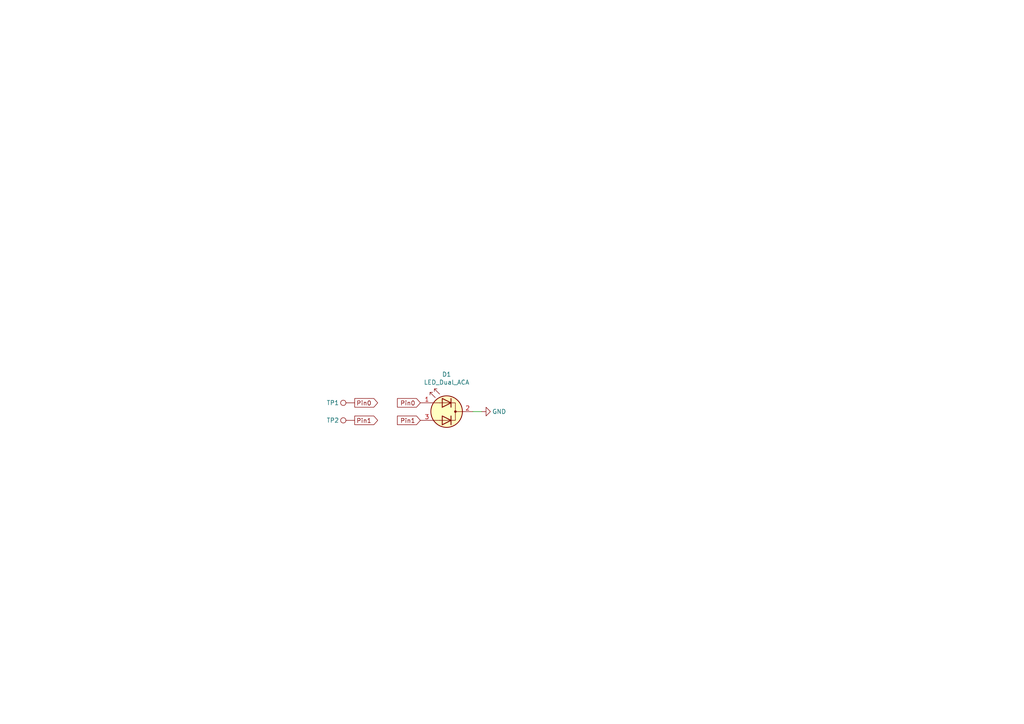
<source format=kicad_sch>
(kicad_sch (version 20211123) (generator eeschema)
  (paper "A4")
  (lib_symbols
    (symbol "Connector:TestPoint" (pin_numbers hide) (pin_names (offset 0.762) hide)
      (property "Reference" "TP" (at 0 6.858 0))
      (property "Value" "TestPoint" (at 0 5.08 0))
      (symbol "TestPoint_0_1"
        (circle (center 0 3.302) (radius 0.762))
      )
      (symbol "TestPoint_1_1"
        (pin passive line (at 0 0 90) (length 2.54) (name "1") (number "1"))
      )
    )
    (symbol "Device:LED_Dual_AKA" (pin_names (offset 0) hide)
      (property "Reference" "D" (at 0 5.715 0))
      (property "Value" "LED_Dual_AKA" (at 0 -6.35 0))
      (symbol "LED_Dual_AKA_0_1"
        (circle (center -2.54 0) (radius 0.2794) (fill (type outline)))
        (polyline (pts (xy -4.572 0) (xy -2.54 0)))
        (polyline (pts (xy -1.27 -1.27) (xy -1.27 -3.81)) (stroke (width 0.254)))
        (polyline (pts (xy -1.27 1.27) (xy -1.27 3.81)) (stroke (width 0.254)))
        (polyline (pts (xy 3.81 -2.54) (xy 1.905 -2.54)))
        (polyline (pts (xy 3.81 2.54) (xy 1.905 2.54)))
        (polyline (pts (xy 1.27 -3.81) (xy 1.27 -1.27) (xy -1.27 -2.54) (xy 1.27 -3.81)) (stroke (width 0.254)))
        (polyline (pts (xy 1.27 1.27) (xy 1.27 3.81) (xy -1.27 2.54) (xy 1.27 1.27)) (stroke (width 0.254)))
        (polyline (pts (xy 2.032 2.54) (xy -2.54 2.54) (xy -2.54 -2.54) (xy 2.032 -2.54)))
        (polyline (pts (xy 2.032 5.08) (xy 3.556 6.604) (xy 2.794 6.604) (xy 3.556 6.604) (xy 3.556 5.842)))
        (polyline (pts (xy 3.302 4.064) (xy 4.826 5.588) (xy 4.064 5.588) (xy 4.826 5.588) (xy 4.826 4.826)))
        (circle (center 0 0) (radius 4.572) (stroke (width 0.254)) (fill (type background)))
      )
      (symbol "LED_Dual_AKA_1_1"
        (pin input line (at 7.62 2.54 180) (length 3.81) (name "A1") (number "1"))
        (pin input line (at -7.62 0 0) (length 3.048) (name "K") (number "2"))
        (pin input line (at 7.62 -2.54 180) (length 3.81) (name "A2") (number "3"))
      )
    )
    (symbol "power:GND" (power) (pin_names (offset 0))
      (property "Value" "GND" (at 0 -3.81 0))
      (symbol "GND_0_1"
        (polyline (pts (xy 0 0) (xy 0 -1.27) (xy 1.27 -1.27) (xy 0 -2.54) (xy -1.27 -1.27) (xy 0 -1.27)))
      )
      (symbol "GND_1_1"
        (pin power_in line (at 0 0 270) (length 0) hide (name "GND") (number "1"))
      )
    )
  )
  (wire (pts (xy 137.16 119.38) (xy 139.7 119.38)))
  (global_label "Pin0" (shape input) (at 121.92 116.84 180) (property "Intersheet References" "${INTERSHEET_REFS}" (effects hide)))
  (global_label "Pin0" (shape output) (at 102.87 116.84 0) (property "Intersheet References" "${INTERSHEET_REFS}" (effects hide)))
  (global_label "Pin1" (shape output) (at 102.87 121.92 0) (property "Intersheet References" "${INTERSHEET_REFS}" (effects hide)))
  (global_label "Pin1" (shape input) (at 121.92 121.92 180) (property "Intersheet References" "${INTERSHEET_REFS}" (effects hide)))
  (symbol (lib_id "Device:LED_Dual_AKA") (at 129.54 119.38 0) (mirror y) (unit 1)
    (property "Reference" "D1" (at 129.54 108.585 0))
    (property "Value" "LED_Dual_ACA" (at 129.54 110.8964 0))
    (property "Footprint" "LED_THT:LED_D3.0mm-3" (effects hide))
    (property "Device" "LED" (effects hide))
    (property "Description" "LED GREEN/RED DIFFUSED T-1 T/H" (effects hide))
    (property "Place" "No" (effects hide))
    (property "Dist" "Digikey" (effects hide))
    (property "DistPartNumber" "754-1221-ND" (effects hide))
    (property "DistLink" "https://www.digikey.de/product-detail/en/kingbright/WP3VEGW/754-1221-ND/1747620" (effects hide))
  )
  (symbol (lib_id "power:GND") (at 139.7 119.38 90) (unit 1)
    (property "Reference" "#PWR0105" (effects hide))
    (property "Value" "GND" (at 144.78 119.38 90))
  )
  (symbol (lib_id "Connector:TestPoint") (at 102.87 116.84 90) (unit 1) (in_bom no)
    (property "Reference" "TP1" (at 96.52 116.84 90))
    (property "Value" "TestPoint" (effects hide))
    (property "Footprint" "TestPoint:TestPoint_Pad_D1.5mm" (effects hide))
  )
  (symbol (lib_id "Connector:TestPoint") (at 102.87 121.92 90) (unit 1) (in_bom no)
    (property "Reference" "TP2" (at 96.52 121.92 90))
    (property "Value" "TestPoint" (effects hide))
    (property "Footprint" "TestPoint:TestPoint_Pad_D1.5mm" (effects hide))
  )
)
</source>
